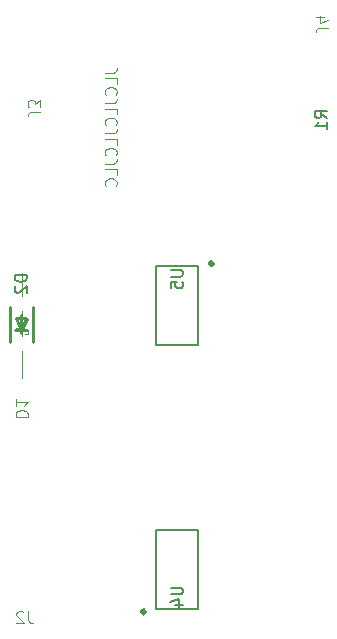
<source format=gbo>
G04 #@! TF.GenerationSoftware,KiCad,Pcbnew,8.0.4*
G04 #@! TF.CreationDate,2024-09-05T13:45:58-03:00*
G04 #@! TF.ProjectId,MSX_Goauld_Rev4,4d53585f-476f-4617-956c-645f52657634,rev?*
G04 #@! TF.SameCoordinates,Original*
G04 #@! TF.FileFunction,Legend,Bot*
G04 #@! TF.FilePolarity,Positive*
%FSLAX46Y46*%
G04 Gerber Fmt 4.6, Leading zero omitted, Abs format (unit mm)*
G04 Created by KiCad (PCBNEW 8.0.4) date 2024-09-05 13:45:58*
%MOMM*%
%LPD*%
G01*
G04 APERTURE LIST*
%ADD10C,0.100000*%
%ADD11C,0.150000*%
%ADD12C,0.250000*%
%ADD13C,0.300000*%
%ADD14C,1.320800*%
%ADD15C,1.500000*%
%ADD16R,1.400000X1.200000*%
%ADD17R,1.100000X1.100000*%
%ADD18O,1.740000X0.360000*%
%ADD19R,1.192000X1.167000*%
G04 APERTURE END LIST*
D10*
X162017419Y-80091598D02*
X162731704Y-80091598D01*
X162731704Y-80091598D02*
X162874561Y-80043979D01*
X162874561Y-80043979D02*
X162969800Y-79948741D01*
X162969800Y-79948741D02*
X163017419Y-79805884D01*
X163017419Y-79805884D02*
X163017419Y-79710646D01*
X163017419Y-81043979D02*
X163017419Y-80567789D01*
X163017419Y-80567789D02*
X162017419Y-80567789D01*
X162922180Y-81948741D02*
X162969800Y-81901122D01*
X162969800Y-81901122D02*
X163017419Y-81758265D01*
X163017419Y-81758265D02*
X163017419Y-81663027D01*
X163017419Y-81663027D02*
X162969800Y-81520170D01*
X162969800Y-81520170D02*
X162874561Y-81424932D01*
X162874561Y-81424932D02*
X162779323Y-81377313D01*
X162779323Y-81377313D02*
X162588847Y-81329694D01*
X162588847Y-81329694D02*
X162445990Y-81329694D01*
X162445990Y-81329694D02*
X162255514Y-81377313D01*
X162255514Y-81377313D02*
X162160276Y-81424932D01*
X162160276Y-81424932D02*
X162065038Y-81520170D01*
X162065038Y-81520170D02*
X162017419Y-81663027D01*
X162017419Y-81663027D02*
X162017419Y-81758265D01*
X162017419Y-81758265D02*
X162065038Y-81901122D01*
X162065038Y-81901122D02*
X162112657Y-81948741D01*
X162017419Y-82663027D02*
X162731704Y-82663027D01*
X162731704Y-82663027D02*
X162874561Y-82615408D01*
X162874561Y-82615408D02*
X162969800Y-82520170D01*
X162969800Y-82520170D02*
X163017419Y-82377313D01*
X163017419Y-82377313D02*
X163017419Y-82282075D01*
X163017419Y-83615408D02*
X163017419Y-83139218D01*
X163017419Y-83139218D02*
X162017419Y-83139218D01*
X162922180Y-84520170D02*
X162969800Y-84472551D01*
X162969800Y-84472551D02*
X163017419Y-84329694D01*
X163017419Y-84329694D02*
X163017419Y-84234456D01*
X163017419Y-84234456D02*
X162969800Y-84091599D01*
X162969800Y-84091599D02*
X162874561Y-83996361D01*
X162874561Y-83996361D02*
X162779323Y-83948742D01*
X162779323Y-83948742D02*
X162588847Y-83901123D01*
X162588847Y-83901123D02*
X162445990Y-83901123D01*
X162445990Y-83901123D02*
X162255514Y-83948742D01*
X162255514Y-83948742D02*
X162160276Y-83996361D01*
X162160276Y-83996361D02*
X162065038Y-84091599D01*
X162065038Y-84091599D02*
X162017419Y-84234456D01*
X162017419Y-84234456D02*
X162017419Y-84329694D01*
X162017419Y-84329694D02*
X162065038Y-84472551D01*
X162065038Y-84472551D02*
X162112657Y-84520170D01*
X162017419Y-85234456D02*
X162731704Y-85234456D01*
X162731704Y-85234456D02*
X162874561Y-85186837D01*
X162874561Y-85186837D02*
X162969800Y-85091599D01*
X162969800Y-85091599D02*
X163017419Y-84948742D01*
X163017419Y-84948742D02*
X163017419Y-84853504D01*
X163017419Y-86186837D02*
X163017419Y-85710647D01*
X163017419Y-85710647D02*
X162017419Y-85710647D01*
X162922180Y-87091599D02*
X162969800Y-87043980D01*
X162969800Y-87043980D02*
X163017419Y-86901123D01*
X163017419Y-86901123D02*
X163017419Y-86805885D01*
X163017419Y-86805885D02*
X162969800Y-86663028D01*
X162969800Y-86663028D02*
X162874561Y-86567790D01*
X162874561Y-86567790D02*
X162779323Y-86520171D01*
X162779323Y-86520171D02*
X162588847Y-86472552D01*
X162588847Y-86472552D02*
X162445990Y-86472552D01*
X162445990Y-86472552D02*
X162255514Y-86520171D01*
X162255514Y-86520171D02*
X162160276Y-86567790D01*
X162160276Y-86567790D02*
X162065038Y-86663028D01*
X162065038Y-86663028D02*
X162017419Y-86805885D01*
X162017419Y-86805885D02*
X162017419Y-86901123D01*
X162017419Y-86901123D02*
X162065038Y-87043980D01*
X162065038Y-87043980D02*
X162112657Y-87091599D01*
X162017419Y-87805885D02*
X162731704Y-87805885D01*
X162731704Y-87805885D02*
X162874561Y-87758266D01*
X162874561Y-87758266D02*
X162969800Y-87663028D01*
X162969800Y-87663028D02*
X163017419Y-87520171D01*
X163017419Y-87520171D02*
X163017419Y-87424933D01*
X163017419Y-88758266D02*
X163017419Y-88282076D01*
X163017419Y-88282076D02*
X162017419Y-88282076D01*
X162922180Y-89663028D02*
X162969800Y-89615409D01*
X162969800Y-89615409D02*
X163017419Y-89472552D01*
X163017419Y-89472552D02*
X163017419Y-89377314D01*
X163017419Y-89377314D02*
X162969800Y-89234457D01*
X162969800Y-89234457D02*
X162874561Y-89139219D01*
X162874561Y-89139219D02*
X162779323Y-89091600D01*
X162779323Y-89091600D02*
X162588847Y-89043981D01*
X162588847Y-89043981D02*
X162445990Y-89043981D01*
X162445990Y-89043981D02*
X162255514Y-89091600D01*
X162255514Y-89091600D02*
X162160276Y-89139219D01*
X162160276Y-89139219D02*
X162065038Y-89234457D01*
X162065038Y-89234457D02*
X162017419Y-89377314D01*
X162017419Y-89377314D02*
X162017419Y-89472552D01*
X162017419Y-89472552D02*
X162065038Y-89615409D01*
X162065038Y-89615409D02*
X162112657Y-89663028D01*
X154482580Y-109236094D02*
X155482580Y-109236094D01*
X155482580Y-109236094D02*
X155482580Y-108997999D01*
X155482580Y-108997999D02*
X155434961Y-108855142D01*
X155434961Y-108855142D02*
X155339723Y-108759904D01*
X155339723Y-108759904D02*
X155244485Y-108712285D01*
X155244485Y-108712285D02*
X155054009Y-108664666D01*
X155054009Y-108664666D02*
X154911152Y-108664666D01*
X154911152Y-108664666D02*
X154720676Y-108712285D01*
X154720676Y-108712285D02*
X154625438Y-108759904D01*
X154625438Y-108759904D02*
X154530200Y-108855142D01*
X154530200Y-108855142D02*
X154482580Y-108997999D01*
X154482580Y-108997999D02*
X154482580Y-109236094D01*
X154482580Y-107712285D02*
X154482580Y-108283713D01*
X154482580Y-107997999D02*
X155482580Y-107997999D01*
X155482580Y-107997999D02*
X155339723Y-108093237D01*
X155339723Y-108093237D02*
X155244485Y-108188475D01*
X155244485Y-108188475D02*
X155196866Y-108283713D01*
D11*
X155394819Y-97218905D02*
X154394819Y-97218905D01*
X154394819Y-97218905D02*
X154394819Y-97457000D01*
X154394819Y-97457000D02*
X154442438Y-97599857D01*
X154442438Y-97599857D02*
X154537676Y-97695095D01*
X154537676Y-97695095D02*
X154632914Y-97742714D01*
X154632914Y-97742714D02*
X154823390Y-97790333D01*
X154823390Y-97790333D02*
X154966247Y-97790333D01*
X154966247Y-97790333D02*
X155156723Y-97742714D01*
X155156723Y-97742714D02*
X155251961Y-97695095D01*
X155251961Y-97695095D02*
X155347200Y-97599857D01*
X155347200Y-97599857D02*
X155394819Y-97457000D01*
X155394819Y-97457000D02*
X155394819Y-97218905D01*
X154490057Y-98171286D02*
X154442438Y-98218905D01*
X154442438Y-98218905D02*
X154394819Y-98314143D01*
X154394819Y-98314143D02*
X154394819Y-98552238D01*
X154394819Y-98552238D02*
X154442438Y-98647476D01*
X154442438Y-98647476D02*
X154490057Y-98695095D01*
X154490057Y-98695095D02*
X154585295Y-98742714D01*
X154585295Y-98742714D02*
X154680533Y-98742714D01*
X154680533Y-98742714D02*
X154823390Y-98695095D01*
X154823390Y-98695095D02*
X155394819Y-98123667D01*
X155394819Y-98123667D02*
X155394819Y-98742714D01*
D10*
X156498580Y-83405333D02*
X155784295Y-83405333D01*
X155784295Y-83405333D02*
X155641438Y-83452952D01*
X155641438Y-83452952D02*
X155546200Y-83548190D01*
X155546200Y-83548190D02*
X155498580Y-83691047D01*
X155498580Y-83691047D02*
X155498580Y-83786285D01*
X156498580Y-83024380D02*
X156498580Y-82405333D01*
X156498580Y-82405333D02*
X156117628Y-82738666D01*
X156117628Y-82738666D02*
X156117628Y-82595809D01*
X156117628Y-82595809D02*
X156070009Y-82500571D01*
X156070009Y-82500571D02*
X156022390Y-82452952D01*
X156022390Y-82452952D02*
X155927152Y-82405333D01*
X155927152Y-82405333D02*
X155689057Y-82405333D01*
X155689057Y-82405333D02*
X155593819Y-82452952D01*
X155593819Y-82452952D02*
X155546200Y-82500571D01*
X155546200Y-82500571D02*
X155498580Y-82595809D01*
X155498580Y-82595809D02*
X155498580Y-82881523D01*
X155498580Y-82881523D02*
X155546200Y-82976761D01*
X155546200Y-82976761D02*
X155593819Y-83024380D01*
D11*
X167602819Y-96787411D02*
X168412342Y-96787411D01*
X168412342Y-96787411D02*
X168507580Y-96835030D01*
X168507580Y-96835030D02*
X168555200Y-96882649D01*
X168555200Y-96882649D02*
X168602819Y-96977887D01*
X168602819Y-96977887D02*
X168602819Y-97168363D01*
X168602819Y-97168363D02*
X168555200Y-97263601D01*
X168555200Y-97263601D02*
X168507580Y-97311220D01*
X168507580Y-97311220D02*
X168412342Y-97358839D01*
X168412342Y-97358839D02*
X167602819Y-97358839D01*
X167602819Y-98311220D02*
X167602819Y-97835030D01*
X167602819Y-97835030D02*
X168079009Y-97787411D01*
X168079009Y-97787411D02*
X168031390Y-97835030D01*
X168031390Y-97835030D02*
X167983771Y-97930268D01*
X167983771Y-97930268D02*
X167983771Y-98168363D01*
X167983771Y-98168363D02*
X168031390Y-98263601D01*
X168031390Y-98263601D02*
X168079009Y-98311220D01*
X168079009Y-98311220D02*
X168174247Y-98358839D01*
X168174247Y-98358839D02*
X168412342Y-98358839D01*
X168412342Y-98358839D02*
X168507580Y-98311220D01*
X168507580Y-98311220D02*
X168555200Y-98263601D01*
X168555200Y-98263601D02*
X168602819Y-98168363D01*
X168602819Y-98168363D02*
X168602819Y-97930268D01*
X168602819Y-97930268D02*
X168555200Y-97835030D01*
X168555200Y-97835030D02*
X168507580Y-97787411D01*
X167602819Y-123684779D02*
X168412342Y-123684779D01*
X168412342Y-123684779D02*
X168507580Y-123732398D01*
X168507580Y-123732398D02*
X168555200Y-123780017D01*
X168555200Y-123780017D02*
X168602819Y-123875255D01*
X168602819Y-123875255D02*
X168602819Y-124065731D01*
X168602819Y-124065731D02*
X168555200Y-124160969D01*
X168555200Y-124160969D02*
X168507580Y-124208588D01*
X168507580Y-124208588D02*
X168412342Y-124256207D01*
X168412342Y-124256207D02*
X167602819Y-124256207D01*
X167936152Y-125160969D02*
X168602819Y-125160969D01*
X167555200Y-124922874D02*
X168269485Y-124684779D01*
X168269485Y-124684779D02*
X168269485Y-125303826D01*
D10*
X155527333Y-125695419D02*
X155527333Y-126409704D01*
X155527333Y-126409704D02*
X155574952Y-126552561D01*
X155574952Y-126552561D02*
X155670190Y-126647800D01*
X155670190Y-126647800D02*
X155813047Y-126695419D01*
X155813047Y-126695419D02*
X155908285Y-126695419D01*
X155098761Y-125790657D02*
X155051142Y-125743038D01*
X155051142Y-125743038D02*
X154955904Y-125695419D01*
X154955904Y-125695419D02*
X154717809Y-125695419D01*
X154717809Y-125695419D02*
X154622571Y-125743038D01*
X154622571Y-125743038D02*
X154574952Y-125790657D01*
X154574952Y-125790657D02*
X154527333Y-125885895D01*
X154527333Y-125885895D02*
X154527333Y-125981133D01*
X154527333Y-125981133D02*
X154574952Y-126123990D01*
X154574952Y-126123990D02*
X155146380Y-126695419D01*
X155146380Y-126695419D02*
X154527333Y-126695419D01*
X180882580Y-76293333D02*
X180168295Y-76293333D01*
X180168295Y-76293333D02*
X180025438Y-76340952D01*
X180025438Y-76340952D02*
X179930200Y-76436190D01*
X179930200Y-76436190D02*
X179882580Y-76579047D01*
X179882580Y-76579047D02*
X179882580Y-76674285D01*
X180549247Y-75388571D02*
X179882580Y-75388571D01*
X180930200Y-75626666D02*
X180215914Y-75864761D01*
X180215914Y-75864761D02*
X180215914Y-75245714D01*
D11*
X180794819Y-83907333D02*
X180318628Y-83574000D01*
X180794819Y-83335905D02*
X179794819Y-83335905D01*
X179794819Y-83335905D02*
X179794819Y-83716857D01*
X179794819Y-83716857D02*
X179842438Y-83812095D01*
X179842438Y-83812095D02*
X179890057Y-83859714D01*
X179890057Y-83859714D02*
X179985295Y-83907333D01*
X179985295Y-83907333D02*
X180128152Y-83907333D01*
X180128152Y-83907333D02*
X180223390Y-83859714D01*
X180223390Y-83859714D02*
X180271009Y-83812095D01*
X180271009Y-83812095D02*
X180318628Y-83716857D01*
X180318628Y-83716857D02*
X180318628Y-83335905D01*
X180794819Y-84859714D02*
X180794819Y-84288286D01*
X180794819Y-84574000D02*
X179794819Y-84574000D01*
X179794819Y-84574000D02*
X179937676Y-84478762D01*
X179937676Y-84478762D02*
X180032914Y-84383524D01*
X180032914Y-84383524D02*
X180080533Y-84288286D01*
D10*
X154457400Y-100979600D02*
X155473400Y-100979600D01*
X154457400Y-101741600D02*
X154457400Y-101995600D01*
X154457400Y-101995600D02*
X154965400Y-101995600D01*
X154711400Y-101741600D02*
X154457400Y-101741600D01*
X154965400Y-97068000D02*
X154965400Y-100979600D01*
X154965400Y-101995600D02*
X154457400Y-100979600D01*
X154965400Y-103519600D02*
X154965400Y-101995600D01*
X154965400Y-106161200D02*
X154965400Y-103519600D01*
X155219400Y-102249600D02*
X155473400Y-102249600D01*
X155473400Y-100979600D02*
X154965400Y-101995600D01*
X155473400Y-101995600D02*
X154965400Y-101995600D01*
X155473400Y-102249600D02*
X155473400Y-101995600D01*
D12*
X153940000Y-99886000D02*
X153940000Y-102886000D01*
X154530000Y-100876000D02*
X154940000Y-101896000D01*
X154940000Y-100626000D02*
X154940000Y-102146000D01*
X154940000Y-101896000D02*
X155340000Y-100876000D01*
X155340000Y-100876000D02*
X154530000Y-100876000D01*
X155450000Y-101896000D02*
X154430000Y-101896000D01*
X155940000Y-99886000D02*
X155940000Y-102886000D01*
D11*
X166378000Y-96492000D02*
X169918000Y-96492000D01*
X166378000Y-103152000D02*
X166378000Y-96492000D01*
X169918000Y-96492000D02*
X169918000Y-103152000D01*
X169918000Y-103152000D02*
X166378000Y-103152000D01*
D13*
X171168000Y-96262000D02*
G75*
G02*
X170868000Y-96262000I-150000J0D01*
G01*
X170868000Y-96262000D02*
G75*
G02*
X171168000Y-96262000I150000J0D01*
G01*
D11*
X166378000Y-118844000D02*
X169918000Y-118844000D01*
X166378000Y-125504000D02*
X166378000Y-118844000D01*
X169918000Y-118844000D02*
X169918000Y-125504000D01*
X169918000Y-125504000D02*
X166378000Y-125504000D01*
D13*
X165428000Y-125734000D02*
G75*
G02*
X165128000Y-125734000I-150000J0D01*
G01*
X165128000Y-125734000D02*
G75*
G02*
X165428000Y-125734000I150000J0D01*
G01*
%LPC*%
D14*
X178059000Y-124206000D03*
X178059000Y-121666000D03*
X178059000Y-119126000D03*
X178059000Y-116586000D03*
X178059000Y-114046000D03*
X178059000Y-111506000D03*
X178059000Y-108966000D03*
X178059000Y-106426000D03*
X178059000Y-103886000D03*
X178059000Y-101346000D03*
X178059000Y-98806000D03*
X178059000Y-96266000D03*
X178059000Y-93726000D03*
X178059000Y-91186000D03*
X178059000Y-88646000D03*
X178059000Y-86106000D03*
X178059000Y-83566000D03*
X178059000Y-81026000D03*
X178059000Y-78486000D03*
X178059000Y-75946000D03*
X157739000Y-75946000D03*
X157739000Y-78486000D03*
X157739000Y-81026000D03*
X157739000Y-83566000D03*
X157739000Y-86106000D03*
X157739000Y-88646000D03*
X157739000Y-91186000D03*
X157739000Y-93726000D03*
X157739000Y-96266000D03*
X157739000Y-98806000D03*
X157739000Y-101346000D03*
X157739000Y-103886000D03*
X157739000Y-106426000D03*
X157739000Y-108966000D03*
X157739000Y-111506000D03*
X157739000Y-114046000D03*
X157739000Y-116586000D03*
X157739000Y-119126000D03*
X157739000Y-121666000D03*
X157739000Y-124206000D03*
D15*
X160274000Y-77302900D03*
X160274000Y-79842900D03*
X160274000Y-82382900D03*
X160274000Y-84922900D03*
X160274000Y-87462900D03*
X160274000Y-90002900D03*
X160274000Y-92542900D03*
X160274000Y-95082900D03*
X160274000Y-97622900D03*
X160274000Y-100162900D03*
X160274000Y-102702900D03*
X160274000Y-105242900D03*
X160274000Y-107782900D03*
X160274000Y-110322900D03*
X160274000Y-112862900D03*
X160274000Y-115402900D03*
X160274000Y-117942900D03*
X160274000Y-120482900D03*
X160274000Y-123022900D03*
X160274000Y-125562900D03*
X175514000Y-125562900D03*
X175514000Y-123022900D03*
X175514000Y-120482900D03*
X175514000Y-117942900D03*
X175514000Y-115402900D03*
X175514000Y-112862900D03*
X175514000Y-110322900D03*
X175514000Y-107782900D03*
X175514000Y-105242900D03*
X175514000Y-102702900D03*
X175514000Y-100162900D03*
X175514000Y-97622900D03*
X175514000Y-95082900D03*
X175514000Y-92542900D03*
X175514000Y-90002900D03*
X175514000Y-87462900D03*
X175514000Y-84922900D03*
X175514000Y-82382900D03*
X175514000Y-79842900D03*
X175514000Y-77302900D03*
X154990800Y-106821600D03*
X154990800Y-96306000D03*
D16*
X154940000Y-103086000D03*
X154940000Y-99686000D03*
D17*
X155956000Y-86106000D03*
X155956000Y-84582000D03*
D18*
X171018000Y-96892000D03*
X171018000Y-97542000D03*
X171018000Y-98192000D03*
X171018000Y-98842000D03*
X171018000Y-99502000D03*
X171018000Y-100152000D03*
X171018000Y-100802000D03*
X171018000Y-101452000D03*
X171018000Y-102102000D03*
X171018000Y-102752000D03*
X165278000Y-102752000D03*
X165278000Y-102102000D03*
X165278000Y-101452000D03*
X165278000Y-100802000D03*
X165278000Y-100152000D03*
X165278000Y-99502000D03*
X165278000Y-98842000D03*
X165278000Y-98192000D03*
X165278000Y-97542000D03*
X165278000Y-96892000D03*
X165278000Y-125104000D03*
X165278000Y-124454000D03*
X165278000Y-123804000D03*
X165278000Y-123154000D03*
X165278000Y-122494000D03*
X165278000Y-121844000D03*
X165278000Y-121194000D03*
X165278000Y-120544000D03*
X165278000Y-119894000D03*
X165278000Y-119244000D03*
X171018000Y-119244000D03*
X171018000Y-119894000D03*
X171018000Y-120544000D03*
X171018000Y-121194000D03*
X171018000Y-121844000D03*
X171018000Y-122494000D03*
X171018000Y-123154000D03*
X171018000Y-123804000D03*
X171018000Y-124454000D03*
X171018000Y-125104000D03*
D17*
X158242000Y-126238000D03*
X156718000Y-126238000D03*
X180340000Y-78994000D03*
X180340000Y-77470000D03*
D19*
X180340000Y-80264000D03*
X180340000Y-82296000D03*
%LPD*%
M02*

</source>
